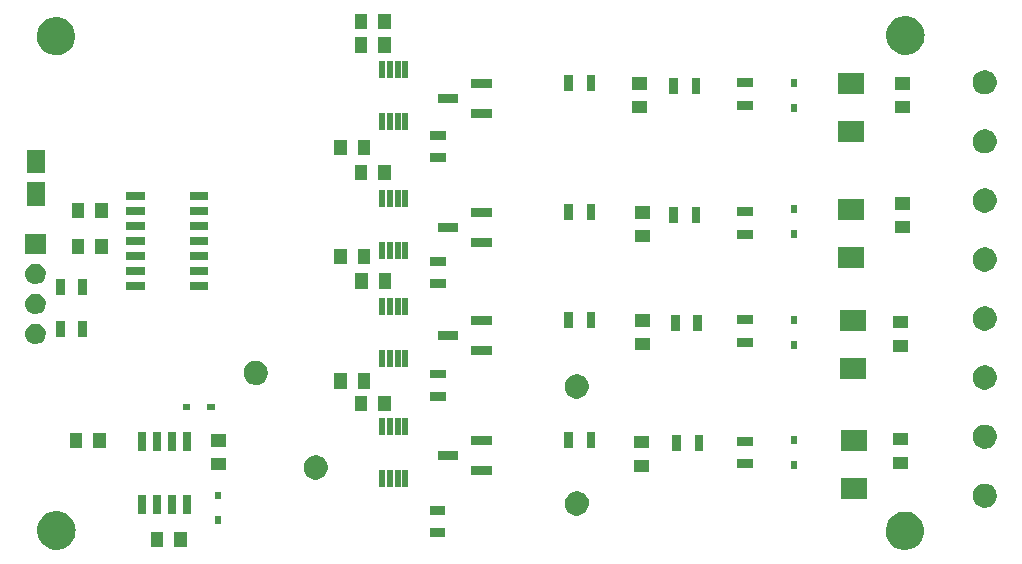
<source format=gbr>
G04 #@! TF.FileFunction,Soldermask,Top*
%FSLAX46Y46*%
G04 Gerber Fmt 4.6, Leading zero omitted, Abs format (unit mm)*
G04 Created by KiCad (PCBNEW 4.0.6) date Tuesday, August 01, 2017 'AMt' 06:59:47 AM*
%MOMM*%
%LPD*%
G01*
G04 APERTURE LIST*
%ADD10C,0.100000*%
G04 APERTURE END LIST*
D10*
G36*
X181745726Y-122100681D02*
X182057966Y-122164775D01*
X182351824Y-122288301D01*
X182616085Y-122466548D01*
X182840692Y-122692728D01*
X183017087Y-122958226D01*
X183138557Y-123252932D01*
X183195980Y-123542943D01*
X183200470Y-123565621D01*
X183195386Y-123929702D01*
X183195309Y-123930040D01*
X183195309Y-123930049D01*
X183124766Y-124240542D01*
X182995118Y-124531737D01*
X182811374Y-124792209D01*
X182580539Y-125012031D01*
X182311402Y-125182831D01*
X182014217Y-125298101D01*
X181700305Y-125353453D01*
X181381615Y-125346777D01*
X181070292Y-125278328D01*
X180778193Y-125150713D01*
X180516452Y-124968799D01*
X180295019Y-124739498D01*
X180122347Y-124471563D01*
X180005002Y-124175185D01*
X179947462Y-123861670D01*
X179951912Y-123542943D01*
X180018186Y-123231148D01*
X180143757Y-122938168D01*
X180323846Y-122675156D01*
X180551588Y-122452134D01*
X180818315Y-122277593D01*
X181113862Y-122158184D01*
X181426971Y-122098456D01*
X181745726Y-122100681D01*
X181745726Y-122100681D01*
G37*
G36*
X109898726Y-122073681D02*
X110210966Y-122137775D01*
X110504824Y-122261301D01*
X110769085Y-122439548D01*
X110993692Y-122665728D01*
X111170087Y-122931226D01*
X111291557Y-123225932D01*
X111348980Y-123515943D01*
X111353470Y-123538621D01*
X111348386Y-123902702D01*
X111348309Y-123903040D01*
X111348309Y-123903049D01*
X111277766Y-124213542D01*
X111148118Y-124504737D01*
X110964374Y-124765209D01*
X110733539Y-124985031D01*
X110464402Y-125155831D01*
X110167217Y-125271101D01*
X109853305Y-125326453D01*
X109534615Y-125319777D01*
X109223292Y-125251328D01*
X108931193Y-125123713D01*
X108669452Y-124941799D01*
X108448019Y-124712498D01*
X108275347Y-124444563D01*
X108158002Y-124148185D01*
X108100462Y-123834670D01*
X108104912Y-123515943D01*
X108171186Y-123204148D01*
X108296757Y-122911168D01*
X108476846Y-122648156D01*
X108704588Y-122425134D01*
X108971315Y-122250593D01*
X109266862Y-122131184D01*
X109579971Y-122071456D01*
X109898726Y-122073681D01*
X109898726Y-122073681D01*
G37*
G36*
X118778400Y-125110400D02*
X117727600Y-125110400D01*
X117727600Y-123809600D01*
X118778400Y-123809600D01*
X118778400Y-125110400D01*
X118778400Y-125110400D01*
G37*
G36*
X120778400Y-125110400D02*
X119727600Y-125110400D01*
X119727600Y-123809600D01*
X120778400Y-123809600D01*
X120778400Y-125110400D01*
X120778400Y-125110400D01*
G37*
G36*
X142675400Y-124250400D02*
X141324600Y-124250400D01*
X141324600Y-123499600D01*
X142675400Y-123499600D01*
X142675400Y-124250400D01*
X142675400Y-124250400D01*
G37*
G36*
X123694400Y-123168400D02*
X123193600Y-123168400D01*
X123193600Y-122517600D01*
X123694400Y-122517600D01*
X123694400Y-123168400D01*
X123694400Y-123168400D01*
G37*
G36*
X153907706Y-120387281D02*
X154104683Y-120427715D01*
X154290068Y-120505644D01*
X154456780Y-120618093D01*
X154598475Y-120760780D01*
X154709756Y-120928272D01*
X154786386Y-121114190D01*
X154825376Y-121311105D01*
X154825376Y-121311115D01*
X154825443Y-121311454D01*
X154822236Y-121541138D01*
X154822160Y-121541472D01*
X154822160Y-121541485D01*
X154777686Y-121737236D01*
X154695897Y-121920938D01*
X154579980Y-122085260D01*
X154434355Y-122223937D01*
X154264568Y-122331688D01*
X154077083Y-122404408D01*
X153879050Y-122439327D01*
X153678001Y-122435115D01*
X153481599Y-122391933D01*
X153297325Y-122311426D01*
X153132203Y-122196663D01*
X152992512Y-122052010D01*
X152883579Y-121882978D01*
X152809550Y-121696002D01*
X152773250Y-121498221D01*
X152776057Y-121297148D01*
X152817868Y-121100448D01*
X152897085Y-120915619D01*
X153010696Y-120749695D01*
X153154369Y-120608999D01*
X153322637Y-120498888D01*
X153509087Y-120423557D01*
X153706613Y-120385878D01*
X153907706Y-120387281D01*
X153907706Y-120387281D01*
G37*
G36*
X142675400Y-122350400D02*
X141324600Y-122350400D01*
X141324600Y-121599600D01*
X142675400Y-121599600D01*
X142675400Y-122350400D01*
X142675400Y-122350400D01*
G37*
G36*
X118562400Y-122339400D02*
X117911600Y-122339400D01*
X117911600Y-120738600D01*
X118562400Y-120738600D01*
X118562400Y-122339400D01*
X118562400Y-122339400D01*
G37*
G36*
X117292400Y-122339400D02*
X116641600Y-122339400D01*
X116641600Y-120738600D01*
X117292400Y-120738600D01*
X117292400Y-122339400D01*
X117292400Y-122339400D01*
G37*
G36*
X119832400Y-122339400D02*
X119181600Y-122339400D01*
X119181600Y-120738600D01*
X119832400Y-120738600D01*
X119832400Y-122339400D01*
X119832400Y-122339400D01*
G37*
G36*
X121102400Y-122339400D02*
X120451600Y-122339400D01*
X120451600Y-120738600D01*
X121102400Y-120738600D01*
X121102400Y-122339400D01*
X121102400Y-122339400D01*
G37*
G36*
X188448706Y-119733281D02*
X188645683Y-119773715D01*
X188831068Y-119851644D01*
X188997780Y-119964093D01*
X189139475Y-120106780D01*
X189250756Y-120274272D01*
X189327386Y-120460190D01*
X189366376Y-120657105D01*
X189366376Y-120657115D01*
X189366443Y-120657454D01*
X189363236Y-120887138D01*
X189363160Y-120887472D01*
X189363160Y-120887485D01*
X189318686Y-121083236D01*
X189236897Y-121266938D01*
X189120980Y-121431260D01*
X188975355Y-121569937D01*
X188805568Y-121677688D01*
X188618083Y-121750408D01*
X188420050Y-121785327D01*
X188219001Y-121781115D01*
X188022599Y-121737933D01*
X187838325Y-121657426D01*
X187673203Y-121542663D01*
X187533512Y-121398010D01*
X187424579Y-121228978D01*
X187350550Y-121042002D01*
X187314250Y-120844221D01*
X187317057Y-120643148D01*
X187358868Y-120446448D01*
X187438085Y-120261619D01*
X187551696Y-120095695D01*
X187695369Y-119954999D01*
X187863637Y-119844888D01*
X188050087Y-119769557D01*
X188247613Y-119731878D01*
X188448706Y-119733281D01*
X188448706Y-119733281D01*
G37*
G36*
X123694400Y-121068400D02*
X123193600Y-121068400D01*
X123193600Y-120417600D01*
X123694400Y-120417600D01*
X123694400Y-121068400D01*
X123694400Y-121068400D01*
G37*
G36*
X178396900Y-121056400D02*
X176187100Y-121056400D01*
X176187100Y-119227600D01*
X178396900Y-119227600D01*
X178396900Y-121056400D01*
X178396900Y-121056400D01*
G37*
G36*
X139528400Y-120044400D02*
X139027600Y-120044400D01*
X139027600Y-118543600D01*
X139528400Y-118543600D01*
X139528400Y-120044400D01*
X139528400Y-120044400D01*
G37*
G36*
X138878400Y-120044400D02*
X138377600Y-120044400D01*
X138377600Y-118543600D01*
X138878400Y-118543600D01*
X138878400Y-120044400D01*
X138878400Y-120044400D01*
G37*
G36*
X138228400Y-120044400D02*
X137727600Y-120044400D01*
X137727600Y-118543600D01*
X138228400Y-118543600D01*
X138228400Y-120044400D01*
X138228400Y-120044400D01*
G37*
G36*
X137578400Y-120044400D02*
X137077600Y-120044400D01*
X137077600Y-118543600D01*
X137578400Y-118543600D01*
X137578400Y-120044400D01*
X137578400Y-120044400D01*
G37*
G36*
X131806706Y-117339281D02*
X132003683Y-117379715D01*
X132189068Y-117457644D01*
X132355780Y-117570093D01*
X132497475Y-117712780D01*
X132608756Y-117880272D01*
X132685386Y-118066190D01*
X132724376Y-118263105D01*
X132724376Y-118263115D01*
X132724443Y-118263454D01*
X132721236Y-118493138D01*
X132721160Y-118493472D01*
X132721160Y-118493485D01*
X132676686Y-118689236D01*
X132594897Y-118872938D01*
X132478980Y-119037260D01*
X132333355Y-119175937D01*
X132163568Y-119283688D01*
X131976083Y-119356408D01*
X131778050Y-119391327D01*
X131577001Y-119387115D01*
X131380599Y-119343933D01*
X131196325Y-119263426D01*
X131031203Y-119148663D01*
X130891512Y-119004010D01*
X130782579Y-118834978D01*
X130708550Y-118648002D01*
X130672250Y-118450221D01*
X130675057Y-118249148D01*
X130716868Y-118052448D01*
X130796085Y-117867619D01*
X130909696Y-117701695D01*
X131053369Y-117560999D01*
X131221637Y-117450888D01*
X131408087Y-117375557D01*
X131605613Y-117337878D01*
X131806706Y-117339281D01*
X131806706Y-117339281D01*
G37*
G36*
X146603400Y-118998400D02*
X144852600Y-118998400D01*
X144852600Y-118237600D01*
X146603400Y-118237600D01*
X146603400Y-118998400D01*
X146603400Y-118998400D01*
G37*
G36*
X159908400Y-118746400D02*
X158607600Y-118746400D01*
X158607600Y-117695600D01*
X159908400Y-117695600D01*
X159908400Y-118746400D01*
X159908400Y-118746400D01*
G37*
G36*
X124094400Y-118619400D02*
X122793600Y-118619400D01*
X122793600Y-117568600D01*
X124094400Y-117568600D01*
X124094400Y-118619400D01*
X124094400Y-118619400D01*
G37*
G36*
X181879400Y-118492400D02*
X180578600Y-118492400D01*
X180578600Y-117441600D01*
X181879400Y-117441600D01*
X181879400Y-118492400D01*
X181879400Y-118492400D01*
G37*
G36*
X172462400Y-118469400D02*
X171961600Y-118469400D01*
X171961600Y-117818600D01*
X172462400Y-117818600D01*
X172462400Y-118469400D01*
X172462400Y-118469400D01*
G37*
G36*
X168696400Y-118419400D02*
X167345600Y-118419400D01*
X167345600Y-117668600D01*
X168696400Y-117668600D01*
X168696400Y-118419400D01*
X168696400Y-118419400D01*
G37*
G36*
X143778400Y-117723400D02*
X142027600Y-117723400D01*
X142027600Y-116962600D01*
X143778400Y-116962600D01*
X143778400Y-117723400D01*
X143778400Y-117723400D01*
G37*
G36*
X164520400Y-117007400D02*
X163769600Y-117007400D01*
X163769600Y-115656600D01*
X164520400Y-115656600D01*
X164520400Y-117007400D01*
X164520400Y-117007400D01*
G37*
G36*
X162620400Y-117007400D02*
X161869600Y-117007400D01*
X161869600Y-115656600D01*
X162620400Y-115656600D01*
X162620400Y-117007400D01*
X162620400Y-117007400D01*
G37*
G36*
X178396900Y-116992400D02*
X176187100Y-116992400D01*
X176187100Y-115163600D01*
X178396900Y-115163600D01*
X178396900Y-116992400D01*
X178396900Y-116992400D01*
G37*
G36*
X121102400Y-116939400D02*
X120451600Y-116939400D01*
X120451600Y-115338600D01*
X121102400Y-115338600D01*
X121102400Y-116939400D01*
X121102400Y-116939400D01*
G37*
G36*
X119832400Y-116939400D02*
X119181600Y-116939400D01*
X119181600Y-115338600D01*
X119832400Y-115338600D01*
X119832400Y-116939400D01*
X119832400Y-116939400D01*
G37*
G36*
X118562400Y-116939400D02*
X117911600Y-116939400D01*
X117911600Y-115338600D01*
X118562400Y-115338600D01*
X118562400Y-116939400D01*
X118562400Y-116939400D01*
G37*
G36*
X117292400Y-116939400D02*
X116641600Y-116939400D01*
X116641600Y-115338600D01*
X117292400Y-115338600D01*
X117292400Y-116939400D01*
X117292400Y-116939400D01*
G37*
G36*
X188448706Y-114733281D02*
X188645683Y-114773715D01*
X188831068Y-114851644D01*
X188997780Y-114964093D01*
X189139475Y-115106780D01*
X189250756Y-115274272D01*
X189327386Y-115460190D01*
X189366376Y-115657105D01*
X189366376Y-115657115D01*
X189366443Y-115657454D01*
X189363236Y-115887138D01*
X189363160Y-115887472D01*
X189363160Y-115887485D01*
X189318686Y-116083236D01*
X189236897Y-116266938D01*
X189120980Y-116431260D01*
X188975355Y-116569937D01*
X188805568Y-116677688D01*
X188618083Y-116750408D01*
X188420050Y-116785327D01*
X188219001Y-116781115D01*
X188022599Y-116737933D01*
X187838325Y-116657426D01*
X187673203Y-116542663D01*
X187533512Y-116398010D01*
X187424579Y-116228978D01*
X187350550Y-116042002D01*
X187314250Y-115844221D01*
X187317057Y-115643148D01*
X187358868Y-115446448D01*
X187438085Y-115261619D01*
X187551696Y-115095695D01*
X187695369Y-114954999D01*
X187863637Y-114844888D01*
X188050087Y-114769557D01*
X188247613Y-114731878D01*
X188448706Y-114733281D01*
X188448706Y-114733281D01*
G37*
G36*
X153476400Y-116753400D02*
X152725600Y-116753400D01*
X152725600Y-115402600D01*
X153476400Y-115402600D01*
X153476400Y-116753400D01*
X153476400Y-116753400D01*
G37*
G36*
X155376400Y-116753400D02*
X154625600Y-116753400D01*
X154625600Y-115402600D01*
X155376400Y-115402600D01*
X155376400Y-116753400D01*
X155376400Y-116753400D01*
G37*
G36*
X159908400Y-116746400D02*
X158607600Y-116746400D01*
X158607600Y-115695600D01*
X159908400Y-115695600D01*
X159908400Y-116746400D01*
X159908400Y-116746400D01*
G37*
G36*
X113920400Y-116728400D02*
X112869600Y-116728400D01*
X112869600Y-115427600D01*
X113920400Y-115427600D01*
X113920400Y-116728400D01*
X113920400Y-116728400D01*
G37*
G36*
X111920400Y-116728400D02*
X110869600Y-116728400D01*
X110869600Y-115427600D01*
X111920400Y-115427600D01*
X111920400Y-116728400D01*
X111920400Y-116728400D01*
G37*
G36*
X124094400Y-116619400D02*
X122793600Y-116619400D01*
X122793600Y-115568600D01*
X124094400Y-115568600D01*
X124094400Y-116619400D01*
X124094400Y-116619400D01*
G37*
G36*
X168696400Y-116519400D02*
X167345600Y-116519400D01*
X167345600Y-115768600D01*
X168696400Y-115768600D01*
X168696400Y-116519400D01*
X168696400Y-116519400D01*
G37*
G36*
X181879400Y-116492400D02*
X180578600Y-116492400D01*
X180578600Y-115441600D01*
X181879400Y-115441600D01*
X181879400Y-116492400D01*
X181879400Y-116492400D01*
G37*
G36*
X146603400Y-116448400D02*
X144852600Y-116448400D01*
X144852600Y-115687600D01*
X146603400Y-115687600D01*
X146603400Y-116448400D01*
X146603400Y-116448400D01*
G37*
G36*
X172462400Y-116369400D02*
X171961600Y-116369400D01*
X171961600Y-115718600D01*
X172462400Y-115718600D01*
X172462400Y-116369400D01*
X172462400Y-116369400D01*
G37*
G36*
X138228400Y-115644400D02*
X137727600Y-115644400D01*
X137727600Y-114143600D01*
X138228400Y-114143600D01*
X138228400Y-115644400D01*
X138228400Y-115644400D01*
G37*
G36*
X138878400Y-115644400D02*
X138377600Y-115644400D01*
X138377600Y-114143600D01*
X138878400Y-114143600D01*
X138878400Y-115644400D01*
X138878400Y-115644400D01*
G37*
G36*
X139528400Y-115644400D02*
X139027600Y-115644400D01*
X139027600Y-114143600D01*
X139528400Y-114143600D01*
X139528400Y-115644400D01*
X139528400Y-115644400D01*
G37*
G36*
X137578400Y-115644400D02*
X137077600Y-115644400D01*
X137077600Y-114143600D01*
X137578400Y-114143600D01*
X137578400Y-115644400D01*
X137578400Y-115644400D01*
G37*
G36*
X138025400Y-113625400D02*
X136974600Y-113625400D01*
X136974600Y-112324600D01*
X138025400Y-112324600D01*
X138025400Y-113625400D01*
X138025400Y-113625400D01*
G37*
G36*
X136025400Y-113625400D02*
X134974600Y-113625400D01*
X134974600Y-112324600D01*
X136025400Y-112324600D01*
X136025400Y-113625400D01*
X136025400Y-113625400D01*
G37*
G36*
X121068400Y-113534400D02*
X120417600Y-113534400D01*
X120417600Y-113033600D01*
X121068400Y-113033600D01*
X121068400Y-113534400D01*
X121068400Y-113534400D01*
G37*
G36*
X123168400Y-113534400D02*
X122517600Y-113534400D01*
X122517600Y-113033600D01*
X123168400Y-113033600D01*
X123168400Y-113534400D01*
X123168400Y-113534400D01*
G37*
G36*
X142705400Y-112725400D02*
X141354600Y-112725400D01*
X141354600Y-111974600D01*
X142705400Y-111974600D01*
X142705400Y-112725400D01*
X142705400Y-112725400D01*
G37*
G36*
X153904706Y-110481281D02*
X154101683Y-110521715D01*
X154287068Y-110599644D01*
X154453780Y-110712093D01*
X154595475Y-110854780D01*
X154706756Y-111022272D01*
X154783386Y-111208190D01*
X154822376Y-111405105D01*
X154822376Y-111405115D01*
X154822443Y-111405454D01*
X154819236Y-111635138D01*
X154819160Y-111635472D01*
X154819160Y-111635485D01*
X154774686Y-111831236D01*
X154692897Y-112014938D01*
X154576980Y-112179260D01*
X154431355Y-112317937D01*
X154261568Y-112425688D01*
X154074083Y-112498408D01*
X153876050Y-112533327D01*
X153675001Y-112529115D01*
X153478599Y-112485933D01*
X153294325Y-112405426D01*
X153129203Y-112290663D01*
X152989512Y-112146010D01*
X152880579Y-111976978D01*
X152806550Y-111790002D01*
X152770250Y-111592221D01*
X152773057Y-111391148D01*
X152814868Y-111194448D01*
X152894085Y-111009619D01*
X153007696Y-110843695D01*
X153151369Y-110702999D01*
X153319637Y-110592888D01*
X153506087Y-110517557D01*
X153703613Y-110479878D01*
X153904706Y-110481281D01*
X153904706Y-110481281D01*
G37*
G36*
X188448706Y-109733281D02*
X188645683Y-109773715D01*
X188831068Y-109851644D01*
X188997780Y-109964093D01*
X189139475Y-110106780D01*
X189250756Y-110274272D01*
X189327386Y-110460190D01*
X189366376Y-110657105D01*
X189366376Y-110657115D01*
X189366443Y-110657454D01*
X189363236Y-110887138D01*
X189363160Y-110887472D01*
X189363160Y-110887485D01*
X189318686Y-111083236D01*
X189236897Y-111266938D01*
X189120980Y-111431260D01*
X188975355Y-111569937D01*
X188805568Y-111677688D01*
X188618083Y-111750408D01*
X188420050Y-111785327D01*
X188219001Y-111781115D01*
X188022599Y-111737933D01*
X187838325Y-111657426D01*
X187673203Y-111542663D01*
X187533512Y-111398010D01*
X187424579Y-111228978D01*
X187350550Y-111042002D01*
X187314250Y-110844221D01*
X187317057Y-110643148D01*
X187358868Y-110446448D01*
X187438085Y-110261619D01*
X187551696Y-110095695D01*
X187695369Y-109954999D01*
X187863637Y-109844888D01*
X188050087Y-109769557D01*
X188247613Y-109731878D01*
X188448706Y-109733281D01*
X188448706Y-109733281D01*
G37*
G36*
X134325400Y-111700400D02*
X133274600Y-111700400D01*
X133274600Y-110399600D01*
X134325400Y-110399600D01*
X134325400Y-111700400D01*
X134325400Y-111700400D01*
G37*
G36*
X136325400Y-111700400D02*
X135274600Y-111700400D01*
X135274600Y-110399600D01*
X136325400Y-110399600D01*
X136325400Y-111700400D01*
X136325400Y-111700400D01*
G37*
G36*
X126726706Y-109338281D02*
X126923683Y-109378715D01*
X127109068Y-109456644D01*
X127275780Y-109569093D01*
X127417475Y-109711780D01*
X127528756Y-109879272D01*
X127605386Y-110065190D01*
X127644376Y-110262105D01*
X127644376Y-110262115D01*
X127644443Y-110262454D01*
X127641236Y-110492138D01*
X127641160Y-110492472D01*
X127641160Y-110492485D01*
X127596686Y-110688236D01*
X127514897Y-110871938D01*
X127398980Y-111036260D01*
X127253355Y-111174937D01*
X127083568Y-111282688D01*
X126896083Y-111355408D01*
X126698050Y-111390327D01*
X126497001Y-111386115D01*
X126300599Y-111342933D01*
X126116325Y-111262426D01*
X125951203Y-111147663D01*
X125811512Y-111003010D01*
X125702579Y-110833978D01*
X125628550Y-110647002D01*
X125592250Y-110449221D01*
X125595057Y-110248148D01*
X125636868Y-110051448D01*
X125716085Y-109866619D01*
X125829696Y-109700695D01*
X125973369Y-109559999D01*
X126141637Y-109449888D01*
X126328087Y-109374557D01*
X126525613Y-109336878D01*
X126726706Y-109338281D01*
X126726706Y-109338281D01*
G37*
G36*
X178269900Y-110896400D02*
X176060100Y-110896400D01*
X176060100Y-109067600D01*
X178269900Y-109067600D01*
X178269900Y-110896400D01*
X178269900Y-110896400D01*
G37*
G36*
X142705400Y-110825400D02*
X141354600Y-110825400D01*
X141354600Y-110074600D01*
X142705400Y-110074600D01*
X142705400Y-110825400D01*
X142705400Y-110825400D01*
G37*
G36*
X137578400Y-109884400D02*
X137077600Y-109884400D01*
X137077600Y-108383600D01*
X137578400Y-108383600D01*
X137578400Y-109884400D01*
X137578400Y-109884400D01*
G37*
G36*
X138228400Y-109884400D02*
X137727600Y-109884400D01*
X137727600Y-108383600D01*
X138228400Y-108383600D01*
X138228400Y-109884400D01*
X138228400Y-109884400D01*
G37*
G36*
X138878400Y-109884400D02*
X138377600Y-109884400D01*
X138377600Y-108383600D01*
X138878400Y-108383600D01*
X138878400Y-109884400D01*
X138878400Y-109884400D01*
G37*
G36*
X139528400Y-109884400D02*
X139027600Y-109884400D01*
X139027600Y-108383600D01*
X139528400Y-108383600D01*
X139528400Y-109884400D01*
X139528400Y-109884400D01*
G37*
G36*
X146603400Y-108843400D02*
X144852600Y-108843400D01*
X144852600Y-108082600D01*
X146603400Y-108082600D01*
X146603400Y-108843400D01*
X146603400Y-108843400D01*
G37*
G36*
X181879400Y-108586400D02*
X180578600Y-108586400D01*
X180578600Y-107535600D01*
X181879400Y-107535600D01*
X181879400Y-108586400D01*
X181879400Y-108586400D01*
G37*
G36*
X160035400Y-108459400D02*
X158734600Y-108459400D01*
X158734600Y-107408600D01*
X160035400Y-107408600D01*
X160035400Y-108459400D01*
X160035400Y-108459400D01*
G37*
G36*
X172462400Y-108309400D02*
X171961600Y-108309400D01*
X171961600Y-107658600D01*
X172462400Y-107658600D01*
X172462400Y-108309400D01*
X172462400Y-108309400D01*
G37*
G36*
X168696400Y-108132400D02*
X167345600Y-108132400D01*
X167345600Y-107381600D01*
X168696400Y-107381600D01*
X168696400Y-108132400D01*
X168696400Y-108132400D01*
G37*
G36*
X107958819Y-106185632D02*
X107966458Y-106185685D01*
X108136242Y-106204730D01*
X108299093Y-106256389D01*
X108448808Y-106338696D01*
X108579685Y-106448515D01*
X108686739Y-106581663D01*
X108765893Y-106733069D01*
X108814130Y-106896966D01*
X108814134Y-106897007D01*
X108814135Y-106897011D01*
X108829615Y-107067109D01*
X108811762Y-107236976D01*
X108811761Y-107236981D01*
X108811756Y-107237024D01*
X108761235Y-107400231D01*
X108679975Y-107550517D01*
X108571073Y-107682158D01*
X108438675Y-107790139D01*
X108287825Y-107870348D01*
X108124269Y-107919728D01*
X107954236Y-107936400D01*
X107945729Y-107936400D01*
X107941181Y-107936368D01*
X107933542Y-107936315D01*
X107763758Y-107917270D01*
X107600907Y-107865611D01*
X107451192Y-107783304D01*
X107320315Y-107673485D01*
X107213261Y-107540337D01*
X107134107Y-107388931D01*
X107085870Y-107225034D01*
X107085866Y-107224993D01*
X107085865Y-107224989D01*
X107070385Y-107054891D01*
X107088238Y-106885024D01*
X107088239Y-106885019D01*
X107088244Y-106884976D01*
X107138765Y-106721769D01*
X107220025Y-106571483D01*
X107328927Y-106439842D01*
X107461325Y-106331861D01*
X107612175Y-106251652D01*
X107775731Y-106202272D01*
X107945764Y-106185600D01*
X107954271Y-106185600D01*
X107958819Y-106185632D01*
X107958819Y-106185632D01*
G37*
G36*
X143778400Y-107568400D02*
X142027600Y-107568400D01*
X142027600Y-106807600D01*
X143778400Y-106807600D01*
X143778400Y-107568400D01*
X143778400Y-107568400D01*
G37*
G36*
X110425400Y-107350400D02*
X109674600Y-107350400D01*
X109674600Y-105999600D01*
X110425400Y-105999600D01*
X110425400Y-107350400D01*
X110425400Y-107350400D01*
G37*
G36*
X112325400Y-107350400D02*
X111574600Y-107350400D01*
X111574600Y-105999600D01*
X112325400Y-105999600D01*
X112325400Y-107350400D01*
X112325400Y-107350400D01*
G37*
G36*
X164393400Y-106847400D02*
X163642600Y-106847400D01*
X163642600Y-105496600D01*
X164393400Y-105496600D01*
X164393400Y-106847400D01*
X164393400Y-106847400D01*
G37*
G36*
X162493400Y-106847400D02*
X161742600Y-106847400D01*
X161742600Y-105496600D01*
X162493400Y-105496600D01*
X162493400Y-106847400D01*
X162493400Y-106847400D01*
G37*
G36*
X178269900Y-106832400D02*
X176060100Y-106832400D01*
X176060100Y-105003600D01*
X178269900Y-105003600D01*
X178269900Y-106832400D01*
X178269900Y-106832400D01*
G37*
G36*
X188448706Y-104733281D02*
X188645683Y-104773715D01*
X188831068Y-104851644D01*
X188997780Y-104964093D01*
X189139475Y-105106780D01*
X189250756Y-105274272D01*
X189327386Y-105460190D01*
X189366376Y-105657105D01*
X189366376Y-105657115D01*
X189366443Y-105657454D01*
X189363236Y-105887138D01*
X189363160Y-105887472D01*
X189363160Y-105887485D01*
X189318686Y-106083236D01*
X189236897Y-106266938D01*
X189120980Y-106431260D01*
X188975355Y-106569937D01*
X188805568Y-106677688D01*
X188618083Y-106750408D01*
X188420050Y-106785327D01*
X188219001Y-106781115D01*
X188022599Y-106737933D01*
X187838325Y-106657426D01*
X187673203Y-106542663D01*
X187533512Y-106398010D01*
X187424579Y-106228978D01*
X187350550Y-106042002D01*
X187314250Y-105844221D01*
X187317057Y-105643148D01*
X187358868Y-105446448D01*
X187438085Y-105261619D01*
X187551696Y-105095695D01*
X187695369Y-104954999D01*
X187863637Y-104844888D01*
X188050087Y-104769557D01*
X188247613Y-104731878D01*
X188448706Y-104733281D01*
X188448706Y-104733281D01*
G37*
G36*
X153476400Y-106593400D02*
X152725600Y-106593400D01*
X152725600Y-105242600D01*
X153476400Y-105242600D01*
X153476400Y-106593400D01*
X153476400Y-106593400D01*
G37*
G36*
X155376400Y-106593400D02*
X154625600Y-106593400D01*
X154625600Y-105242600D01*
X155376400Y-105242600D01*
X155376400Y-106593400D01*
X155376400Y-106593400D01*
G37*
G36*
X181879400Y-106586400D02*
X180578600Y-106586400D01*
X180578600Y-105535600D01*
X181879400Y-105535600D01*
X181879400Y-106586400D01*
X181879400Y-106586400D01*
G37*
G36*
X160035400Y-106459400D02*
X158734600Y-106459400D01*
X158734600Y-105408600D01*
X160035400Y-105408600D01*
X160035400Y-106459400D01*
X160035400Y-106459400D01*
G37*
G36*
X146603400Y-106293400D02*
X144852600Y-106293400D01*
X144852600Y-105532600D01*
X146603400Y-105532600D01*
X146603400Y-106293400D01*
X146603400Y-106293400D01*
G37*
G36*
X168696400Y-106232400D02*
X167345600Y-106232400D01*
X167345600Y-105481600D01*
X168696400Y-105481600D01*
X168696400Y-106232400D01*
X168696400Y-106232400D01*
G37*
G36*
X172462400Y-106209400D02*
X171961600Y-106209400D01*
X171961600Y-105558600D01*
X172462400Y-105558600D01*
X172462400Y-106209400D01*
X172462400Y-106209400D01*
G37*
G36*
X137578400Y-105484400D02*
X137077600Y-105484400D01*
X137077600Y-103983600D01*
X137578400Y-103983600D01*
X137578400Y-105484400D01*
X137578400Y-105484400D01*
G37*
G36*
X138228400Y-105484400D02*
X137727600Y-105484400D01*
X137727600Y-103983600D01*
X138228400Y-103983600D01*
X138228400Y-105484400D01*
X138228400Y-105484400D01*
G37*
G36*
X138878400Y-105484400D02*
X138377600Y-105484400D01*
X138377600Y-103983600D01*
X138878400Y-103983600D01*
X138878400Y-105484400D01*
X138878400Y-105484400D01*
G37*
G36*
X139528400Y-105484400D02*
X139027600Y-105484400D01*
X139027600Y-103983600D01*
X139528400Y-103983600D01*
X139528400Y-105484400D01*
X139528400Y-105484400D01*
G37*
G36*
X107958819Y-103645632D02*
X107966458Y-103645685D01*
X108136242Y-103664730D01*
X108299093Y-103716389D01*
X108448808Y-103798696D01*
X108579685Y-103908515D01*
X108686739Y-104041663D01*
X108765893Y-104193069D01*
X108814130Y-104356966D01*
X108814134Y-104357007D01*
X108814135Y-104357011D01*
X108829615Y-104527109D01*
X108811762Y-104696976D01*
X108811761Y-104696981D01*
X108811756Y-104697024D01*
X108761235Y-104860231D01*
X108679975Y-105010517D01*
X108571073Y-105142158D01*
X108438675Y-105250139D01*
X108287825Y-105330348D01*
X108124269Y-105379728D01*
X107954236Y-105396400D01*
X107945729Y-105396400D01*
X107941181Y-105396368D01*
X107933542Y-105396315D01*
X107763758Y-105377270D01*
X107600907Y-105325611D01*
X107451192Y-105243304D01*
X107320315Y-105133485D01*
X107213261Y-105000337D01*
X107134107Y-104848931D01*
X107085870Y-104685034D01*
X107085866Y-104684993D01*
X107085865Y-104684989D01*
X107070385Y-104514891D01*
X107088238Y-104345024D01*
X107088239Y-104345019D01*
X107088244Y-104344976D01*
X107138765Y-104181769D01*
X107220025Y-104031483D01*
X107328927Y-103899842D01*
X107461325Y-103791861D01*
X107612175Y-103711652D01*
X107775731Y-103662272D01*
X107945764Y-103645600D01*
X107954271Y-103645600D01*
X107958819Y-103645632D01*
X107958819Y-103645632D01*
G37*
G36*
X112323400Y-103799400D02*
X111572600Y-103799400D01*
X111572600Y-102448600D01*
X112323400Y-102448600D01*
X112323400Y-103799400D01*
X112323400Y-103799400D01*
G37*
G36*
X110423400Y-103799400D02*
X109672600Y-103799400D01*
X109672600Y-102448600D01*
X110423400Y-102448600D01*
X110423400Y-103799400D01*
X110423400Y-103799400D01*
G37*
G36*
X117201400Y-103322400D02*
X115650600Y-103322400D01*
X115650600Y-102671600D01*
X117201400Y-102671600D01*
X117201400Y-103322400D01*
X117201400Y-103322400D01*
G37*
G36*
X122601400Y-103322400D02*
X121050600Y-103322400D01*
X121050600Y-102671600D01*
X122601400Y-102671600D01*
X122601400Y-103322400D01*
X122601400Y-103322400D01*
G37*
G36*
X138075400Y-103225400D02*
X137024600Y-103225400D01*
X137024600Y-101924600D01*
X138075400Y-101924600D01*
X138075400Y-103225400D01*
X138075400Y-103225400D01*
G37*
G36*
X136075400Y-103225400D02*
X135024600Y-103225400D01*
X135024600Y-101924600D01*
X136075400Y-101924600D01*
X136075400Y-103225400D01*
X136075400Y-103225400D01*
G37*
G36*
X142725400Y-103175400D02*
X141374600Y-103175400D01*
X141374600Y-102424600D01*
X142725400Y-102424600D01*
X142725400Y-103175400D01*
X142725400Y-103175400D01*
G37*
G36*
X107958819Y-101105632D02*
X107966458Y-101105685D01*
X108136242Y-101124730D01*
X108299093Y-101176389D01*
X108448808Y-101258696D01*
X108579685Y-101368515D01*
X108686739Y-101501663D01*
X108765893Y-101653069D01*
X108814130Y-101816966D01*
X108814134Y-101817007D01*
X108814135Y-101817011D01*
X108829615Y-101987109D01*
X108811762Y-102156976D01*
X108811761Y-102156981D01*
X108811756Y-102157024D01*
X108761235Y-102320231D01*
X108679975Y-102470517D01*
X108571073Y-102602158D01*
X108438675Y-102710139D01*
X108287825Y-102790348D01*
X108124269Y-102839728D01*
X107954236Y-102856400D01*
X107945729Y-102856400D01*
X107941181Y-102856368D01*
X107933542Y-102856315D01*
X107763758Y-102837270D01*
X107600907Y-102785611D01*
X107451192Y-102703304D01*
X107320315Y-102593485D01*
X107213261Y-102460337D01*
X107134107Y-102308931D01*
X107085870Y-102145034D01*
X107085866Y-102144993D01*
X107085865Y-102144989D01*
X107070385Y-101974891D01*
X107088238Y-101805024D01*
X107088239Y-101805019D01*
X107088244Y-101804976D01*
X107138765Y-101641769D01*
X107220025Y-101491483D01*
X107328927Y-101359842D01*
X107461325Y-101251861D01*
X107612175Y-101171652D01*
X107775731Y-101122272D01*
X107945764Y-101105600D01*
X107954271Y-101105600D01*
X107958819Y-101105632D01*
X107958819Y-101105632D01*
G37*
G36*
X122601400Y-102052400D02*
X121050600Y-102052400D01*
X121050600Y-101401600D01*
X122601400Y-101401600D01*
X122601400Y-102052400D01*
X122601400Y-102052400D01*
G37*
G36*
X117201400Y-102052400D02*
X115650600Y-102052400D01*
X115650600Y-101401600D01*
X117201400Y-101401600D01*
X117201400Y-102052400D01*
X117201400Y-102052400D01*
G37*
G36*
X188448706Y-99733281D02*
X188645683Y-99773715D01*
X188831068Y-99851644D01*
X188997780Y-99964093D01*
X189139475Y-100106780D01*
X189250756Y-100274272D01*
X189327386Y-100460190D01*
X189366376Y-100657105D01*
X189366376Y-100657115D01*
X189366443Y-100657454D01*
X189363236Y-100887138D01*
X189363160Y-100887472D01*
X189363160Y-100887485D01*
X189318686Y-101083236D01*
X189236897Y-101266938D01*
X189120980Y-101431260D01*
X188975355Y-101569937D01*
X188805568Y-101677688D01*
X188618083Y-101750408D01*
X188420050Y-101785327D01*
X188219001Y-101781115D01*
X188022599Y-101737933D01*
X187838325Y-101657426D01*
X187673203Y-101542663D01*
X187533512Y-101398010D01*
X187424579Y-101228978D01*
X187350550Y-101042002D01*
X187314250Y-100844221D01*
X187317057Y-100643148D01*
X187358868Y-100446448D01*
X187438085Y-100261619D01*
X187551696Y-100095695D01*
X187695369Y-99954999D01*
X187863637Y-99844888D01*
X188050087Y-99769557D01*
X188247613Y-99731878D01*
X188448706Y-99733281D01*
X188448706Y-99733281D01*
G37*
G36*
X178142900Y-101498400D02*
X175933100Y-101498400D01*
X175933100Y-99669600D01*
X178142900Y-99669600D01*
X178142900Y-101498400D01*
X178142900Y-101498400D01*
G37*
G36*
X142725400Y-101275400D02*
X141374600Y-101275400D01*
X141374600Y-100524600D01*
X142725400Y-100524600D01*
X142725400Y-101275400D01*
X142725400Y-101275400D01*
G37*
G36*
X134300400Y-101175400D02*
X133249600Y-101175400D01*
X133249600Y-99874600D01*
X134300400Y-99874600D01*
X134300400Y-101175400D01*
X134300400Y-101175400D01*
G37*
G36*
X136300400Y-101175400D02*
X135249600Y-101175400D01*
X135249600Y-99874600D01*
X136300400Y-99874600D01*
X136300400Y-101175400D01*
X136300400Y-101175400D01*
G37*
G36*
X122601400Y-100782400D02*
X121050600Y-100782400D01*
X121050600Y-100131600D01*
X122601400Y-100131600D01*
X122601400Y-100782400D01*
X122601400Y-100782400D01*
G37*
G36*
X117201400Y-100782400D02*
X115650600Y-100782400D01*
X115650600Y-100131600D01*
X117201400Y-100131600D01*
X117201400Y-100782400D01*
X117201400Y-100782400D01*
G37*
G36*
X137578400Y-100740400D02*
X137077600Y-100740400D01*
X137077600Y-99239600D01*
X137578400Y-99239600D01*
X137578400Y-100740400D01*
X137578400Y-100740400D01*
G37*
G36*
X138228400Y-100740400D02*
X137727600Y-100740400D01*
X137727600Y-99239600D01*
X138228400Y-99239600D01*
X138228400Y-100740400D01*
X138228400Y-100740400D01*
G37*
G36*
X138878400Y-100740400D02*
X138377600Y-100740400D01*
X138377600Y-99239600D01*
X138878400Y-99239600D01*
X138878400Y-100740400D01*
X138878400Y-100740400D01*
G37*
G36*
X139528400Y-100740400D02*
X139027600Y-100740400D01*
X139027600Y-99239600D01*
X139528400Y-99239600D01*
X139528400Y-100740400D01*
X139528400Y-100740400D01*
G37*
G36*
X108825400Y-100316400D02*
X107074600Y-100316400D01*
X107074600Y-98565600D01*
X108825400Y-98565600D01*
X108825400Y-100316400D01*
X108825400Y-100316400D01*
G37*
G36*
X114083092Y-100290220D02*
X113032292Y-100290220D01*
X113032292Y-98989420D01*
X114083092Y-98989420D01*
X114083092Y-100290220D01*
X114083092Y-100290220D01*
G37*
G36*
X112083092Y-100290220D02*
X111032292Y-100290220D01*
X111032292Y-98989420D01*
X112083092Y-98989420D01*
X112083092Y-100290220D01*
X112083092Y-100290220D01*
G37*
G36*
X146603400Y-99699400D02*
X144852600Y-99699400D01*
X144852600Y-98938600D01*
X146603400Y-98938600D01*
X146603400Y-99699400D01*
X146603400Y-99699400D01*
G37*
G36*
X122601400Y-99512400D02*
X121050600Y-99512400D01*
X121050600Y-98861600D01*
X122601400Y-98861600D01*
X122601400Y-99512400D01*
X122601400Y-99512400D01*
G37*
G36*
X117201400Y-99512400D02*
X115650600Y-99512400D01*
X115650600Y-98861600D01*
X117201400Y-98861600D01*
X117201400Y-99512400D01*
X117201400Y-99512400D01*
G37*
G36*
X160035400Y-99315400D02*
X158734600Y-99315400D01*
X158734600Y-98264600D01*
X160035400Y-98264600D01*
X160035400Y-99315400D01*
X160035400Y-99315400D01*
G37*
G36*
X168696400Y-98988400D02*
X167345600Y-98988400D01*
X167345600Y-98237600D01*
X168696400Y-98237600D01*
X168696400Y-98988400D01*
X168696400Y-98988400D01*
G37*
G36*
X172462400Y-98911400D02*
X171961600Y-98911400D01*
X171961600Y-98260600D01*
X172462400Y-98260600D01*
X172462400Y-98911400D01*
X172462400Y-98911400D01*
G37*
G36*
X182006400Y-98553400D02*
X180705600Y-98553400D01*
X180705600Y-97502600D01*
X182006400Y-97502600D01*
X182006400Y-98553400D01*
X182006400Y-98553400D01*
G37*
G36*
X143778400Y-98424400D02*
X142027600Y-98424400D01*
X142027600Y-97663600D01*
X143778400Y-97663600D01*
X143778400Y-98424400D01*
X143778400Y-98424400D01*
G37*
G36*
X117201400Y-98242400D02*
X115650600Y-98242400D01*
X115650600Y-97591600D01*
X117201400Y-97591600D01*
X117201400Y-98242400D01*
X117201400Y-98242400D01*
G37*
G36*
X122601400Y-98242400D02*
X121050600Y-98242400D01*
X121050600Y-97591600D01*
X122601400Y-97591600D01*
X122601400Y-98242400D01*
X122601400Y-98242400D01*
G37*
G36*
X162366400Y-97703400D02*
X161615600Y-97703400D01*
X161615600Y-96352600D01*
X162366400Y-96352600D01*
X162366400Y-97703400D01*
X162366400Y-97703400D01*
G37*
G36*
X164266400Y-97703400D02*
X163515600Y-97703400D01*
X163515600Y-96352600D01*
X164266400Y-96352600D01*
X164266400Y-97703400D01*
X164266400Y-97703400D01*
G37*
G36*
X155376400Y-97449400D02*
X154625600Y-97449400D01*
X154625600Y-96098600D01*
X155376400Y-96098600D01*
X155376400Y-97449400D01*
X155376400Y-97449400D01*
G37*
G36*
X153476400Y-97449400D02*
X152725600Y-97449400D01*
X152725600Y-96098600D01*
X153476400Y-96098600D01*
X153476400Y-97449400D01*
X153476400Y-97449400D01*
G37*
G36*
X178142900Y-97434400D02*
X175933100Y-97434400D01*
X175933100Y-95605600D01*
X178142900Y-95605600D01*
X178142900Y-97434400D01*
X178142900Y-97434400D01*
G37*
G36*
X160035400Y-97315400D02*
X158734600Y-97315400D01*
X158734600Y-96264600D01*
X160035400Y-96264600D01*
X160035400Y-97315400D01*
X160035400Y-97315400D01*
G37*
G36*
X112083092Y-97242220D02*
X111032292Y-97242220D01*
X111032292Y-95941420D01*
X112083092Y-95941420D01*
X112083092Y-97242220D01*
X112083092Y-97242220D01*
G37*
G36*
X114083092Y-97242220D02*
X113032292Y-97242220D01*
X113032292Y-95941420D01*
X114083092Y-95941420D01*
X114083092Y-97242220D01*
X114083092Y-97242220D01*
G37*
G36*
X146603400Y-97149400D02*
X144852600Y-97149400D01*
X144852600Y-96388600D01*
X146603400Y-96388600D01*
X146603400Y-97149400D01*
X146603400Y-97149400D01*
G37*
G36*
X168696400Y-97088400D02*
X167345600Y-97088400D01*
X167345600Y-96337600D01*
X168696400Y-96337600D01*
X168696400Y-97088400D01*
X168696400Y-97088400D01*
G37*
G36*
X122601400Y-96972400D02*
X121050600Y-96972400D01*
X121050600Y-96321600D01*
X122601400Y-96321600D01*
X122601400Y-96972400D01*
X122601400Y-96972400D01*
G37*
G36*
X117201400Y-96972400D02*
X115650600Y-96972400D01*
X115650600Y-96321600D01*
X117201400Y-96321600D01*
X117201400Y-96972400D01*
X117201400Y-96972400D01*
G37*
G36*
X172462400Y-96811400D02*
X171961600Y-96811400D01*
X171961600Y-96160600D01*
X172462400Y-96160600D01*
X172462400Y-96811400D01*
X172462400Y-96811400D01*
G37*
G36*
X188448706Y-94733281D02*
X188645683Y-94773715D01*
X188831068Y-94851644D01*
X188997780Y-94964093D01*
X189139475Y-95106780D01*
X189250756Y-95274272D01*
X189327386Y-95460190D01*
X189366376Y-95657105D01*
X189366376Y-95657115D01*
X189366443Y-95657454D01*
X189363236Y-95887138D01*
X189363160Y-95887472D01*
X189363160Y-95887485D01*
X189318686Y-96083236D01*
X189236897Y-96266938D01*
X189120980Y-96431260D01*
X188975355Y-96569937D01*
X188805568Y-96677688D01*
X188618083Y-96750408D01*
X188420050Y-96785327D01*
X188219001Y-96781115D01*
X188022599Y-96737933D01*
X187838325Y-96657426D01*
X187673203Y-96542663D01*
X187533512Y-96398010D01*
X187424579Y-96228978D01*
X187350550Y-96042002D01*
X187314250Y-95844221D01*
X187317057Y-95643148D01*
X187358868Y-95446448D01*
X187438085Y-95261619D01*
X187551696Y-95095695D01*
X187695369Y-94954999D01*
X187863637Y-94844888D01*
X188050087Y-94769557D01*
X188247613Y-94731878D01*
X188448706Y-94733281D01*
X188448706Y-94733281D01*
G37*
G36*
X182006400Y-96553400D02*
X180705600Y-96553400D01*
X180705600Y-95502600D01*
X182006400Y-95502600D01*
X182006400Y-96553400D01*
X182006400Y-96553400D01*
G37*
G36*
X137578400Y-96340400D02*
X137077600Y-96340400D01*
X137077600Y-94839600D01*
X137578400Y-94839600D01*
X137578400Y-96340400D01*
X137578400Y-96340400D01*
G37*
G36*
X138228400Y-96340400D02*
X137727600Y-96340400D01*
X137727600Y-94839600D01*
X138228400Y-94839600D01*
X138228400Y-96340400D01*
X138228400Y-96340400D01*
G37*
G36*
X138878400Y-96340400D02*
X138377600Y-96340400D01*
X138377600Y-94839600D01*
X138878400Y-94839600D01*
X138878400Y-96340400D01*
X138878400Y-96340400D01*
G37*
G36*
X139528400Y-96340400D02*
X139027600Y-96340400D01*
X139027600Y-94839600D01*
X139528400Y-94839600D01*
X139528400Y-96340400D01*
X139528400Y-96340400D01*
G37*
G36*
X108775400Y-96200400D02*
X107224600Y-96200400D01*
X107224600Y-94199600D01*
X108775400Y-94199600D01*
X108775400Y-96200400D01*
X108775400Y-96200400D01*
G37*
G36*
X122601400Y-95702400D02*
X121050600Y-95702400D01*
X121050600Y-95051600D01*
X122601400Y-95051600D01*
X122601400Y-95702400D01*
X122601400Y-95702400D01*
G37*
G36*
X117201400Y-95702400D02*
X115650600Y-95702400D01*
X115650600Y-95051600D01*
X117201400Y-95051600D01*
X117201400Y-95702400D01*
X117201400Y-95702400D01*
G37*
G36*
X136050400Y-94025400D02*
X134999600Y-94025400D01*
X134999600Y-92724600D01*
X136050400Y-92724600D01*
X136050400Y-94025400D01*
X136050400Y-94025400D01*
G37*
G36*
X138050400Y-94025400D02*
X136999600Y-94025400D01*
X136999600Y-92724600D01*
X138050400Y-92724600D01*
X138050400Y-94025400D01*
X138050400Y-94025400D01*
G37*
G36*
X108775400Y-93450400D02*
X107224600Y-93450400D01*
X107224600Y-91449600D01*
X108775400Y-91449600D01*
X108775400Y-93450400D01*
X108775400Y-93450400D01*
G37*
G36*
X142725400Y-92525400D02*
X141374600Y-92525400D01*
X141374600Y-91774600D01*
X142725400Y-91774600D01*
X142725400Y-92525400D01*
X142725400Y-92525400D01*
G37*
G36*
X136325400Y-91925400D02*
X135274600Y-91925400D01*
X135274600Y-90624600D01*
X136325400Y-90624600D01*
X136325400Y-91925400D01*
X136325400Y-91925400D01*
G37*
G36*
X134325400Y-91925400D02*
X133274600Y-91925400D01*
X133274600Y-90624600D01*
X134325400Y-90624600D01*
X134325400Y-91925400D01*
X134325400Y-91925400D01*
G37*
G36*
X188448706Y-89733281D02*
X188645683Y-89773715D01*
X188831068Y-89851644D01*
X188997780Y-89964093D01*
X189139475Y-90106780D01*
X189250756Y-90274272D01*
X189327386Y-90460190D01*
X189366376Y-90657105D01*
X189366376Y-90657115D01*
X189366443Y-90657454D01*
X189363236Y-90887138D01*
X189363160Y-90887472D01*
X189363160Y-90887485D01*
X189318686Y-91083236D01*
X189236897Y-91266938D01*
X189120980Y-91431260D01*
X188975355Y-91569937D01*
X188805568Y-91677688D01*
X188618083Y-91750408D01*
X188420050Y-91785327D01*
X188219001Y-91781115D01*
X188022599Y-91737933D01*
X187838325Y-91657426D01*
X187673203Y-91542663D01*
X187533512Y-91398010D01*
X187424579Y-91228978D01*
X187350550Y-91042002D01*
X187314250Y-90844221D01*
X187317057Y-90643148D01*
X187358868Y-90446448D01*
X187438085Y-90261619D01*
X187551696Y-90095695D01*
X187695369Y-89954999D01*
X187863637Y-89844888D01*
X188050087Y-89769557D01*
X188247613Y-89731878D01*
X188448706Y-89733281D01*
X188448706Y-89733281D01*
G37*
G36*
X178142900Y-90830400D02*
X175933100Y-90830400D01*
X175933100Y-89001600D01*
X178142900Y-89001600D01*
X178142900Y-90830400D01*
X178142900Y-90830400D01*
G37*
G36*
X142725400Y-90625400D02*
X141374600Y-90625400D01*
X141374600Y-89874600D01*
X142725400Y-89874600D01*
X142725400Y-90625400D01*
X142725400Y-90625400D01*
G37*
G36*
X137578400Y-89818400D02*
X137077600Y-89818400D01*
X137077600Y-88317600D01*
X137578400Y-88317600D01*
X137578400Y-89818400D01*
X137578400Y-89818400D01*
G37*
G36*
X138878400Y-89818400D02*
X138377600Y-89818400D01*
X138377600Y-88317600D01*
X138878400Y-88317600D01*
X138878400Y-89818400D01*
X138878400Y-89818400D01*
G37*
G36*
X139528400Y-89818400D02*
X139027600Y-89818400D01*
X139027600Y-88317600D01*
X139528400Y-88317600D01*
X139528400Y-89818400D01*
X139528400Y-89818400D01*
G37*
G36*
X138228400Y-89818400D02*
X137727600Y-89818400D01*
X137727600Y-88317600D01*
X138228400Y-88317600D01*
X138228400Y-89818400D01*
X138228400Y-89818400D01*
G37*
G36*
X146603400Y-88777400D02*
X144852600Y-88777400D01*
X144852600Y-88016600D01*
X146603400Y-88016600D01*
X146603400Y-88777400D01*
X146603400Y-88777400D01*
G37*
G36*
X159781400Y-88393400D02*
X158480600Y-88393400D01*
X158480600Y-87342600D01*
X159781400Y-87342600D01*
X159781400Y-88393400D01*
X159781400Y-88393400D01*
G37*
G36*
X182006400Y-88393400D02*
X180705600Y-88393400D01*
X180705600Y-87342600D01*
X182006400Y-87342600D01*
X182006400Y-88393400D01*
X182006400Y-88393400D01*
G37*
G36*
X172462400Y-88243400D02*
X171961600Y-88243400D01*
X171961600Y-87592600D01*
X172462400Y-87592600D01*
X172462400Y-88243400D01*
X172462400Y-88243400D01*
G37*
G36*
X168696400Y-88066400D02*
X167345600Y-88066400D01*
X167345600Y-87315600D01*
X168696400Y-87315600D01*
X168696400Y-88066400D01*
X168696400Y-88066400D01*
G37*
G36*
X143778400Y-87502400D02*
X142027600Y-87502400D01*
X142027600Y-86741600D01*
X143778400Y-86741600D01*
X143778400Y-87502400D01*
X143778400Y-87502400D01*
G37*
G36*
X188448706Y-84733281D02*
X188645683Y-84773715D01*
X188831068Y-84851644D01*
X188997780Y-84964093D01*
X189139475Y-85106780D01*
X189250756Y-85274272D01*
X189327386Y-85460190D01*
X189366376Y-85657105D01*
X189366376Y-85657115D01*
X189366443Y-85657454D01*
X189363236Y-85887138D01*
X189363160Y-85887472D01*
X189363160Y-85887485D01*
X189318686Y-86083236D01*
X189236897Y-86266938D01*
X189120980Y-86431260D01*
X188975355Y-86569937D01*
X188805568Y-86677688D01*
X188618083Y-86750408D01*
X188420050Y-86785327D01*
X188219001Y-86781115D01*
X188022599Y-86737933D01*
X187838325Y-86657426D01*
X187673203Y-86542663D01*
X187533512Y-86398010D01*
X187424579Y-86228978D01*
X187350550Y-86042002D01*
X187314250Y-85844221D01*
X187317057Y-85643148D01*
X187358868Y-85446448D01*
X187438085Y-85261619D01*
X187551696Y-85095695D01*
X187695369Y-84954999D01*
X187863637Y-84844888D01*
X188050087Y-84769557D01*
X188247613Y-84731878D01*
X188448706Y-84733281D01*
X188448706Y-84733281D01*
G37*
G36*
X162366400Y-86781400D02*
X161615600Y-86781400D01*
X161615600Y-85430600D01*
X162366400Y-85430600D01*
X162366400Y-86781400D01*
X162366400Y-86781400D01*
G37*
G36*
X164266400Y-86781400D02*
X163515600Y-86781400D01*
X163515600Y-85430600D01*
X164266400Y-85430600D01*
X164266400Y-86781400D01*
X164266400Y-86781400D01*
G37*
G36*
X178142900Y-86766400D02*
X175933100Y-86766400D01*
X175933100Y-84937600D01*
X178142900Y-84937600D01*
X178142900Y-86766400D01*
X178142900Y-86766400D01*
G37*
G36*
X153476400Y-86527400D02*
X152725600Y-86527400D01*
X152725600Y-85176600D01*
X153476400Y-85176600D01*
X153476400Y-86527400D01*
X153476400Y-86527400D01*
G37*
G36*
X155376400Y-86527400D02*
X154625600Y-86527400D01*
X154625600Y-85176600D01*
X155376400Y-85176600D01*
X155376400Y-86527400D01*
X155376400Y-86527400D01*
G37*
G36*
X182006400Y-86393400D02*
X180705600Y-86393400D01*
X180705600Y-85342600D01*
X182006400Y-85342600D01*
X182006400Y-86393400D01*
X182006400Y-86393400D01*
G37*
G36*
X159781400Y-86393400D02*
X158480600Y-86393400D01*
X158480600Y-85342600D01*
X159781400Y-85342600D01*
X159781400Y-86393400D01*
X159781400Y-86393400D01*
G37*
G36*
X146603400Y-86227400D02*
X144852600Y-86227400D01*
X144852600Y-85466600D01*
X146603400Y-85466600D01*
X146603400Y-86227400D01*
X146603400Y-86227400D01*
G37*
G36*
X168696400Y-86166400D02*
X167345600Y-86166400D01*
X167345600Y-85415600D01*
X168696400Y-85415600D01*
X168696400Y-86166400D01*
X168696400Y-86166400D01*
G37*
G36*
X172462400Y-86143400D02*
X171961600Y-86143400D01*
X171961600Y-85492600D01*
X172462400Y-85492600D01*
X172462400Y-86143400D01*
X172462400Y-86143400D01*
G37*
G36*
X138228400Y-85418400D02*
X137727600Y-85418400D01*
X137727600Y-83917600D01*
X138228400Y-83917600D01*
X138228400Y-85418400D01*
X138228400Y-85418400D01*
G37*
G36*
X137578400Y-85418400D02*
X137077600Y-85418400D01*
X137077600Y-83917600D01*
X137578400Y-83917600D01*
X137578400Y-85418400D01*
X137578400Y-85418400D01*
G37*
G36*
X138878400Y-85418400D02*
X138377600Y-85418400D01*
X138377600Y-83917600D01*
X138878400Y-83917600D01*
X138878400Y-85418400D01*
X138878400Y-85418400D01*
G37*
G36*
X139528400Y-85418400D02*
X139027600Y-85418400D01*
X139027600Y-83917600D01*
X139528400Y-83917600D01*
X139528400Y-85418400D01*
X139528400Y-85418400D01*
G37*
G36*
X109870726Y-80225681D02*
X110182966Y-80289775D01*
X110476824Y-80413301D01*
X110741085Y-80591548D01*
X110965692Y-80817728D01*
X111142087Y-81083226D01*
X111263557Y-81377932D01*
X111320980Y-81667943D01*
X111325470Y-81690621D01*
X111320386Y-82054702D01*
X111320309Y-82055040D01*
X111320309Y-82055049D01*
X111249766Y-82365542D01*
X111120118Y-82656737D01*
X110936374Y-82917209D01*
X110705539Y-83137031D01*
X110436402Y-83307831D01*
X110139217Y-83423101D01*
X109825305Y-83478453D01*
X109506615Y-83471777D01*
X109195292Y-83403328D01*
X108903193Y-83275713D01*
X108641452Y-83093799D01*
X108420019Y-82864498D01*
X108247347Y-82596563D01*
X108130002Y-82300185D01*
X108072462Y-81986670D01*
X108076912Y-81667943D01*
X108143186Y-81356148D01*
X108268757Y-81063168D01*
X108448846Y-80800156D01*
X108676588Y-80577134D01*
X108943315Y-80402593D01*
X109238862Y-80283184D01*
X109551971Y-80223456D01*
X109870726Y-80225681D01*
X109870726Y-80225681D01*
G37*
G36*
X181780726Y-80163681D02*
X182092966Y-80227775D01*
X182386824Y-80351301D01*
X182651085Y-80529548D01*
X182875692Y-80755728D01*
X183052087Y-81021226D01*
X183173557Y-81315932D01*
X183230980Y-81605943D01*
X183235470Y-81628621D01*
X183230386Y-81992702D01*
X183230309Y-81993040D01*
X183230309Y-81993049D01*
X183159766Y-82303542D01*
X183030118Y-82594737D01*
X182846374Y-82855209D01*
X182615539Y-83075031D01*
X182346402Y-83245831D01*
X182049217Y-83361101D01*
X181735305Y-83416453D01*
X181416615Y-83409777D01*
X181105292Y-83341328D01*
X180813193Y-83213713D01*
X180551452Y-83031799D01*
X180330019Y-82802498D01*
X180157347Y-82534563D01*
X180040002Y-82238185D01*
X179982462Y-81924670D01*
X179986912Y-81605943D01*
X180053186Y-81294148D01*
X180178757Y-81001168D01*
X180358846Y-80738156D01*
X180586588Y-80515134D01*
X180853315Y-80340593D01*
X181148862Y-80221184D01*
X181461971Y-80161456D01*
X181780726Y-80163681D01*
X181780726Y-80163681D01*
G37*
G36*
X138050400Y-83250400D02*
X136999600Y-83250400D01*
X136999600Y-81949600D01*
X138050400Y-81949600D01*
X138050400Y-83250400D01*
X138050400Y-83250400D01*
G37*
G36*
X136050400Y-83250400D02*
X134999600Y-83250400D01*
X134999600Y-81949600D01*
X136050400Y-81949600D01*
X136050400Y-83250400D01*
X136050400Y-83250400D01*
G37*
G36*
X136050400Y-81275400D02*
X134999600Y-81275400D01*
X134999600Y-79974600D01*
X136050400Y-79974600D01*
X136050400Y-81275400D01*
X136050400Y-81275400D01*
G37*
G36*
X138050400Y-81275400D02*
X136999600Y-81275400D01*
X136999600Y-79974600D01*
X138050400Y-79974600D01*
X138050400Y-81275400D01*
X138050400Y-81275400D01*
G37*
M02*

</source>
